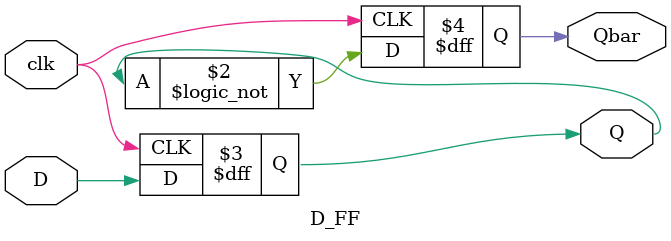
<source format=v>
module D_FF(
    input clk, // input clock, slow clock
    input D,   // pushbotton
    output reg Q,
output reg Qbar
    );
	 
	 always @ (posedge clk)	begin
		Q <= D;
		Qbar <= !Q;
	 end
endmodule

</source>
